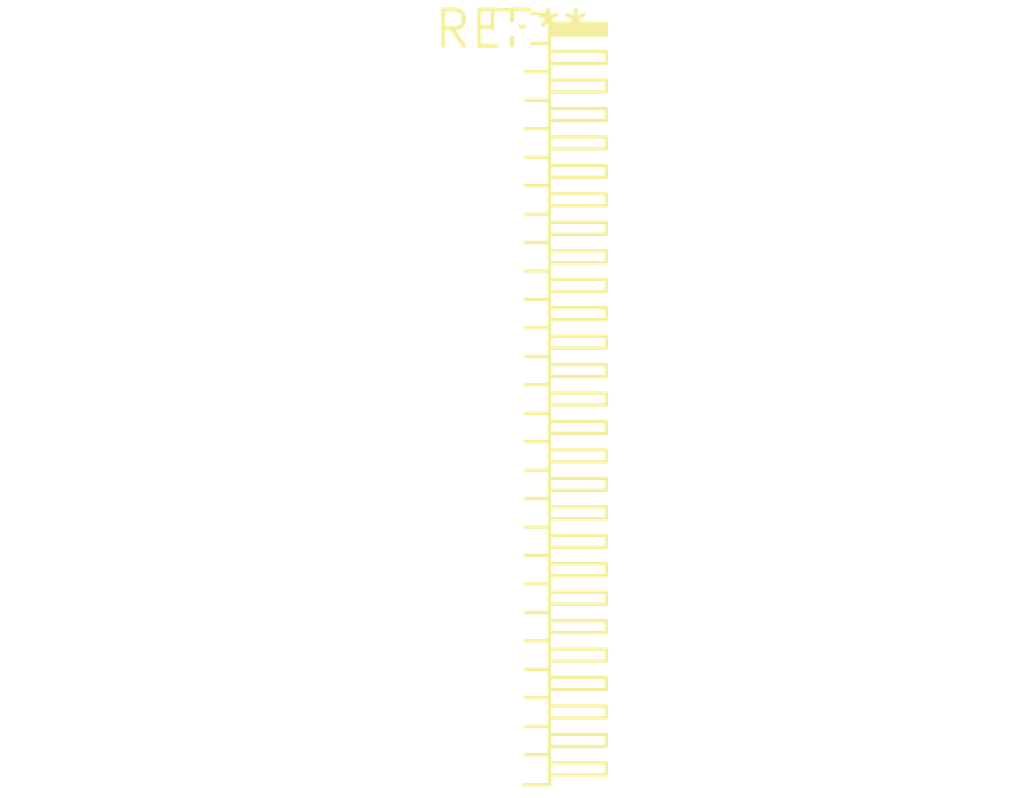
<source format=kicad_pcb>
(kicad_pcb (version 20240108) (generator pcbnew)
  (layers (0 "F.Cu" signal) (31 "B.Cu" signal) (34 "B.Paste" user) (35 "F.Paste" user) (36 "B.SilkS" user "B.Silkscreen") (37 "F.SilkS" user "F.Silkscreen") (38 "B.Mask" user) (39 "F.Mask" user) (44 "Edge.Cuts" user))
  (net 0 "")
  (footprint "PinHeader_1x27_P1.00mm_Horizontal" (layer "F.Cu") (at 0 0)
    (property "Reference" "REF**")
    (property "Value" "PinHeader_1x27_P1.00mm_Horizontal")
    (fp_line (start -0.685 -0.685) (end 0 -0.685) (layer "F.SilkS") (stroke (width 0.12)))
    (fp_line (start -0.685 0) (end -0.685 -0.685) (layer "F.SilkS") (stroke (width 0.12)))
    (fp_line (start 0.468215 1.5) (end 1.31 1.5) (layer "F.SilkS") (stroke (width 0.12)))
    (fp_line (start 0.468215 2.5) (end 1.31 2.5) (layer "F.SilkS") (stroke (width 0.12)))
    (fp_line (start 0.468215 3.5) (end 1.31 3.5) (layer "F.SilkS") (stroke (width 0.12)))
    (fp_line (start 0.468215 4.5) (end 1.31 4.5) (layer "F.SilkS") (stroke (width 0.12)))
    (fp_line (start 0.468215 5.5) (end 1.31 5.5) (layer "F.SilkS") (stroke (width 0.12)))
    (fp_line (start 0.468215 6.5) (end 1.31 6.5) (layer "F.SilkS") (stroke (width 0.12)))
    (fp_line (start 0.468215 7.5) (end 1.31 7.5) (layer "F.SilkS") (stroke (width 0.12)))
    (fp_line (start 0.468215 8.5) (end 1.31 8.5) (layer "F.SilkS") (stroke (width 0.12)))
    (fp_line (start 0.468215 9.5) (end 1.31 9.5) (layer "F.SilkS") (stroke (width 0.12)))
    (fp_line (start 0.468215 10.5) (end 1.31 10.5) (layer "F.SilkS") (stroke (width 0.12)))
    (fp_line (start 0.468215 11.5) (end 1.31 11.5) (layer "F.SilkS") (stroke (width 0.12)))
    (fp_line (start 0.468215 12.5) (end 1.31 12.5) (layer "F.SilkS") (stroke (width 0.12)))
    (fp_line (start 0.468215 13.5) (end 1.31 13.5) (layer "F.SilkS") (stroke (width 0.12)))
    (fp_line (start 0.468215 14.5) (end 1.31 14.5) (layer "F.SilkS") (stroke (width 0.12)))
    (fp_line (start 0.468215 15.5) (end 1.31 15.5) (layer "F.SilkS") (stroke (width 0.12)))
    (fp_line (start 0.468215 16.5) (end 1.31 16.5) (layer "F.SilkS") (stroke (width 0.12)))
    (fp_line (start 0.468215 17.5) (end 1.31 17.5) (layer "F.SilkS") (stroke (width 0.12)))
    (fp_line (start 0.468215 18.5) (end 1.31 18.5) (layer "F.SilkS") (stroke (width 0.12)))
    (fp_line (start 0.468215 19.5) (end 1.31 19.5) (layer "F.SilkS") (stroke (width 0.12)))
    (fp_line (start 0.468215 20.5) (end 1.31 20.5) (layer "F.SilkS") (stroke (width 0.12)))
    (fp_line (start 0.468215 21.5) (end 1.31 21.5) (layer "F.SilkS") (stroke (width 0.12)))
    (fp_line (start 0.468215 22.5) (end 1.31 22.5) (layer "F.SilkS") (stroke (width 0.12)))
    (fp_line (start 0.468215 23.5) (end 1.31 23.5) (layer "F.SilkS") (stroke (width 0.12)))
    (fp_line (start 0.468215 24.5) (end 1.31 24.5) (layer "F.SilkS") (stroke (width 0.12)))
    (fp_line (start 0.468215 25.5) (end 1.31 25.5) (layer "F.SilkS") (stroke (width 0.12)))
    (fp_line (start 0.685 -0.56) (end 1.31 -0.56) (layer "F.SilkS") (stroke (width 0.12)))
    (fp_line (start 0.685 0.5) (end 1.31 0.5) (layer "F.SilkS") (stroke (width 0.12)))
    (fp_line (start 1.31 -0.56) (end 1.31 26.56) (layer "F.SilkS") (stroke (width 0.12)))
    (fp_line (start 1.31 -0.21) (end 3.31 -0.21) (layer "F.SilkS") (stroke (width 0.12)))
    (fp_line (start 1.31 -0.15) (end 3.31 -0.15) (layer "F.SilkS") (stroke (width 0.12)))
    (fp_line (start 1.31 -0.03) (end 3.31 -0.03) (layer "F.SilkS") (stroke (width 0.12)))
    (fp_line (start 1.31 0.09) (end 3.31 0.09) (layer "F.SilkS") (stroke (width 0.12)))
    (fp_line (start 1.31 0.79) (end 3.31 0.79) (layer "F.SilkS") (stroke (width 0.12)))
    (fp_line (start 1.31 1.79) (end 3.31 1.79) (layer "F.SilkS") (stroke (width 0.12)))
    (fp_line (start 1.31 2.79) (end 3.31 2.79) (layer "F.SilkS") (stroke (width 0.12)))
    (fp_line (start 1.31 3.79) (end 3.31 3.79) (layer "F.SilkS") (stroke (width 0.12)))
    (fp_line (start 1.31 4.79) (end 3.31 4.79) (layer "F.SilkS") (stroke (width 0.12)))
    (fp_line (start 1.31 5.79) (end 3.31 5.79) (layer "F.SilkS") (stroke (width 0.12)))
    (fp_line (start 1.31 6.79) (end 3.31 6.79) (layer "F.SilkS") (stroke (width 0.12)))
    (fp_line (start 1.31 7.79) (end 3.31 7.79) (layer "F.SilkS") (stroke (width 0.12)))
    (fp_line (start 1.31 8.79) (end 3.31 8.79) (layer "F.SilkS") (stroke (width 0.12)))
    (fp_line (start 1.31 9.79) (end 3.31 9.79) (layer "F.SilkS") (stroke (width 0.12)))
    (fp_line (start 1.31 10.79) (end 3.31 10.79) (layer "F.SilkS") (stroke (width 0.12)))
    (fp_line (start 1.31 11.79) (end 3.31 11.79) (layer "F.SilkS") (stroke (width 0.12)))
    (fp_line (start 1.31 12.79) (end 3.31 12.79) (layer "F.SilkS") (stroke (width 0.12)))
    (fp_line (start 1.31 13.79) (end 3.31 13.79) (layer "F.SilkS") (stroke (width 0.12)))
    (fp_line (start 1.31 14.79) (end 3.31 14.79) (layer "F.SilkS") (stroke (width 0.12)))
    (fp_line (start 1.31 15.79) (end 3.31 15.79) (layer "F.SilkS") (stroke (width 0.12)))
    (fp_line (start 1.31 16.79) (end 3.31 16.79) (layer "F.SilkS") (stroke (width 0.12)))
    (fp_line (start 1.31 17.79) (end 3.31 17.79) (layer "F.SilkS") (stroke (width 0.12)))
    (fp_line (start 1.31 18.79) (end 3.31 18.79) (layer "F.SilkS") (stroke (width 0.12)))
    (fp_line (start 1.31 19.79) (end 3.31 19.79) (layer "F.SilkS") (stroke (width 0.12)))
    (fp_line (start 1.31 20.79) (end 3.31 20.79) (layer "F.SilkS") (stroke (width 0.12)))
    (fp_line (start 1.31 21.79) (end 3.31 21.79) (layer "F.SilkS") (stroke (width 0.12)))
    (fp_line (start 1.31 22.79) (end 3.31 22.79) (layer "F.SilkS") (stroke (width 0.12)))
    (fp_line (start 1.31 23.79) (end 3.31 23.79) (layer "F.SilkS") (stroke (width 0.12)))
    (fp_line (start 1.31 24.79) (end 3.31 24.79) (layer "F.SilkS") (stroke (width 0.12)))
    (fp_line (start 1.31 25.79) (end 3.31 25.79) (layer "F.SilkS") (stroke (width 0.12)))
    (fp_line (start 1.31 26.56) (end 0.394493 26.56) (layer "F.SilkS") (stroke (width 0.12)))
    (fp_line (start 3.31 -0.21) (end 3.31 0.21) (layer "F.SilkS") (stroke (width 0.12)))
    (fp_line (start 3.31 0.21) (end 1.31 0.21) (layer "F.SilkS") (stroke (width 0.12)))
    (fp_line (start 3.31 0.79) (end 3.31 1.21) (layer "F.SilkS") (stroke (width 0.12)))
    (fp_line (start 3.31 1.21) (end 1.31 1.21) (layer "F.SilkS") (stroke (width 0.12)))
    (fp_line (start 3.31 1.79) (end 3.31 2.21) (layer "F.SilkS") (stroke (width 0.12)))
    (fp_line (start 3.31 2.21) (end 1.31 2.21) (layer "F.SilkS") (stroke (width 0.12)))
    (fp_line (start 3.31 2.79) (end 3.31 3.21) (layer "F.SilkS") (stroke (width 0.12)))
    (fp_line (start 3.31 3.21) (end 1.31 3.21) (layer "F.SilkS") (stroke (width 0.12)))
    (fp_line (start 3.31 3.79) (end 3.31 4.21) (layer "F.SilkS") (stroke (width 0.12)))
    (fp_line (start 3.31 4.21) (end 1.31 4.21) (layer "F.SilkS") (stroke (width 0.12)))
    (fp_line (start 3.31 4.79) (end 3.31 5.21) (layer "F.SilkS") (stroke (width 0.12)))
    (fp_line (start 3.31 5.21) (end 1.31 5.21) (layer "F.SilkS") (stroke (width 0.12)))
    (fp_line (start 3.31 5.79) (end 3.31 6.21) (layer "F.SilkS") (stroke (width 0.12)))
    (fp_line (start 3.31 6.21) (end 1.31 6.21) (layer "F.SilkS") (stroke (width 0.12)))
    (fp_line (start 3.31 6.79) (end 3.31 7.21) (layer "F.SilkS") (stroke (width 0.12)))
    (fp_line (start 3.31 7.21) (end 1.31 7.21) (layer "F.SilkS") (stroke (width 0.12)))
    (fp_line (start 3.31 7.79) (end 3.31 8.21) (layer "F.SilkS") (stroke (width 0.12)))
    (fp_line (start 3.31 8.21) (end 1.31 8.21) (layer "F.SilkS") (stroke (width 0.12)))
    (fp_line (start 3.31 8.79) (end 3.31 9.21) (layer "F.SilkS") (stroke (width 0.12)))
    (fp_line (start 3.31 9.21) (end 1.31 9.21) (layer "F.SilkS") (stroke (width 0.12)))
    (fp_line (start 3.31 9.79) (end 3.31 10.21) (layer "F.SilkS") (stroke (width 0.12)))
    (fp_line (start 3.31 10.21) (end 1.31 10.21) (layer "F.SilkS") (stroke (width 0.12)))
    (fp_line (start 3.31 10.79) (end 3.31 11.21) (layer "F.SilkS") (stroke (width 0.12)))
    (fp_line (start 3.31 11.21) (end 1.31 11.21) (layer "F.SilkS") (stroke (width 0.12)))
    (fp_line (start 3.31 11.79) (end 3.31 12.21) (layer "F.SilkS") (stroke (width 0.12)))
    (fp_line (start 3.31 12.21) (end 1.31 12.21) (layer "F.SilkS") (stroke (width 0.12)))
    (fp_line (start 3.31 12.79) (end 3.31 13.21) (layer "F.SilkS") (stroke (width 0.12)))
    (fp_line (start 3.31 13.21) (end 1.31 13.21) (layer "F.SilkS") (stroke (width 0.12)))
    (fp_line (start 3.31 13.79) (end 3.31 14.21) (layer "F.SilkS") (stroke (width 0.12)))
    (fp_line (start 3.31 14.21) (end 1.31 14.21) (layer "F.SilkS") (stroke (width 0.12)))
    (fp_line (start 3.31 14.79) (end 3.31 15.21) (layer "F.SilkS") (stroke (width 0.12)))
    (fp_line (start 3.31 15.21) (end 1.31 15.21) (layer "F.SilkS") (stroke (width 0.12)))
    (fp_line (start 3.31 15.79) (end 3.31 16.21) (layer "F.SilkS") (stroke (width 0.12)))
    (fp_line (start 3.31 16.21) (end 1.31 16.21) (layer "F.SilkS") (stroke (width 0.12)))
    (fp_line (start 3.31 16.79) (end 3.31 17.21) (layer "F.SilkS") (stroke (width 0.12)))
    (fp_line (start 3.31 17.21) (end 1.31 17.21) (layer "F.SilkS") (stroke (width 0.12)))
    (fp_line (start 3.31 17.79) (end 3.31 18.21) (layer "F.SilkS") (stroke (width 0.12)))
    (fp_line (start 3.31 18.21) (end 1.31 18.21) (layer "F.SilkS") (stroke (width 0.12)))
    (fp_line (start 3.31 18.79) (end 3.31 19.21) (layer "F.SilkS") (stroke (width 0.12)))
    (fp_line (start 3.31 19.21) (end 1.31 19.21) (layer "F.SilkS") (stroke (width 0.12)))
    (fp_line (start 3.31 19.79) (end 3.31 20.21) (layer "F.SilkS") (stroke (width 0.12)))
    (fp_line (start 3.31 20.21) (end 1.31 20.21) (layer "F.SilkS") (stroke (width 0.12)))
    (fp_line (start 3.31 20.79) (end 3.31 21.21) (layer "F.SilkS") (stroke (width 0.12)))
    (fp_line (start 3.31 21.21) (end 1.31 21.21) (layer "F.SilkS") (stroke (width 0.12)))
    (fp_line (start 3.31 21.79) (end 3.31 22.21) (layer "F.SilkS") (stroke (width 0.12)))
    (fp_line (start 3.31 22.21) (end 1.31 22.21) (layer "F.SilkS") (stroke (width 0.12)))
    (fp_line (start 3.31 22.79) (end 3.31 23.21) (layer "F.SilkS") (stroke (width 0.12)))
    (fp_line (start 3.31 23.21) (end 1.31 23.21) (layer "F.SilkS") (stroke (width 0.12)))
    (fp_line (start 3.31 23.79) (end 3.31 24.21) (layer "F.SilkS") (stroke (width 0.12)))
    (fp_line (start 3.31 24.21) (end 1.31 24.21) (layer "F.SilkS") (stroke (width 0.12)))
    (fp_line (start 3.31 24.79) (end 3.31 25.21) (layer "F.SilkS") (stroke (width 0.12)))
    (fp_line (start 3.31 25.21) (end 1.31 25.21) (layer "F.SilkS") (stroke (width 0.12)))
    (fp_line (start 3.31 25.79) (end 3.31 26.21) (layer "F.SilkS") (stroke (width 0.12)))
    (fp_line (start 3.31 26.21) (end 1.31 26.21) (layer "F.SilkS") (stroke (width 0.12)))
    (pad "1" thru_hole rect (at 0 0) (size 0.85 0.85) (drill 0.5) (layers *.Cu *.Mask) (remove_unused_layers))
    (pad "2" thru_hole oval (at 0 1) (size 0.85 0.85) (drill 0.5) (layers *.Cu *.Mask) (remove_unused_layers))
    (pad "3" thru_hole oval (at 0 2) (size 0.85 0.85) (drill 0.5) (layers *.Cu *.Mask) (remove_unused_layers))
    (pad "4" thru_hole oval (at 0 3) (size 0.85 0.85) (drill 0.5) (layers *.Cu *.Mask) (remove_unused_layers))
    (pad "5" thru_hole oval (at 0 4) (size 0.85 0.85) (drill 0.5) (layers *.Cu *.Mask) (remove_unused_layers))
    (pad "6" thru_hole oval (at 0 5) (size 0.85 0.85) (drill 0.5) (layers *.Cu *.Mask) (remove_unused_layers))
    (pad "7" thru_hole oval (at 0 6) (size 0.85 0.85) (drill 0.5) (layers *.Cu *.Mask) (remove_unused_layers))
    (pad "8" thru_hole oval (at 0 7) (size 0.85 0.85) (drill 0.5) (layers *.Cu *.Mask) (remove_unused_layers))
    (pad "9" thru_hole oval (at 0 8) (size 0.85 0.85) (drill 0.5) (layers *.Cu *.Mask) (remove_unused_layers))
    (pad "10" thru_hole oval (at 0 9) (size 0.85 0.85) (drill 0.5) (layers *.Cu *.Mask) (remove_unused_layers))
    (pad "11" thru_hole oval (at 0 10) (size 0.85 0.85) (drill 0.5) (layers *.Cu *.Mask) (remove_unused_layers))
    (pad "12" thru_hole oval (at 0 11) (size 0.85 0.85) (drill 0.5) (layers *.Cu *.Mask) (remove_unused_layers))
    (pad "13" thru_hole oval (at 0 12) (size 0.85 0.85) (drill 0.5) (layers *.Cu *.Mask) (remove_unused_layers))
    (pad "14" thru_hole oval (at 0 13) (size 0.85 0.85) (drill 0.5) (layers *.Cu *.Mask) (remove_unused_layers))
    (pad "15" thru_hole oval (at 0 14) (size 0.85 0.85) (drill 0.5) (layers *.Cu *.Mask) (remove_unused_layers))
    (pad "16" thru_hole oval (at 0 15) (size 0.85 0.85) (drill 0.5) (layers *.Cu *.Mask) (remove_unused_layers))
    (pad "17" thru_hole oval (at 0 16) (size 0.85 0.85) (drill 0.5) (layers *.Cu *.Mask) (remove_unused_layers))
    (pad "18" thru_hole oval (at 0 17) (size 0.85 0.85) (drill 0.5) (layers *.Cu *.Mask) (remove_unused_layers))
    (pad "19" thru_hole oval (at 0 18) (size 0.85 0.85) (drill 0.5) (layers *.Cu *.Mask) (remove_unused_layers))
    (pad "20" thru_hole oval (at 0 19) (size 0.85 0.85) (drill 0.5) (layers *.Cu *.Mask) (remove_unused_layers))
    (pad "21" thru_hole oval (at 0 20) (size 0.85 0.85) (drill 0.5) (layers *.Cu *.Mask) (remove_unused_layers))
    (pad "22" thru_hole oval (at 0 21) (size 0.85 0.85) (drill 0.5) (layers *.Cu *.Mask) (remove_unused_layers))
    (pad "23" thru_hole oval (at 0 22) (size 0.85 0.85) (drill 0.5) (layers *.Cu *.Mask) (remove_unused_layers))
    (pad "24" thru_hole oval (at 0 23) (size 0.85 0.85) (drill 0.5) (layers *.Cu *.Mask) (remove_unused_layers))
    (pad "25" thru_hole oval (at 0 24) (size 0.85 0.85) (drill 0.5) (layers *.Cu *.Mask) (remove_unused_layers))
    (pad "26" thru_hole oval (at 0 25) (size 0.85 0.85) (drill 0.5) (layers *.Cu *.Mask) (remove_unused_layers))
    (pad "27" thru_hole oval (at 0 26) (size 0.85 0.85) (drill 0.5) (layers *.Cu *.Mask) (remove_unused_layers))
  )
)
</source>
